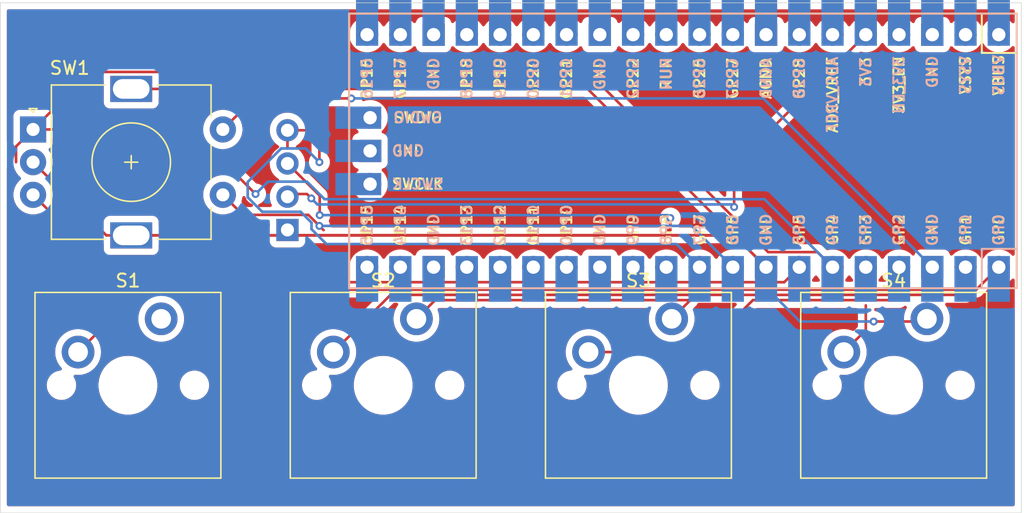
<source format=kicad_pcb>
(kicad_pcb (version 20241229) (generator "pcbnew") (generator_version "9.0")
  (layers (0 "F.Cu" signal) (2 "B.Cu" signal) (13 "F.Paste" user) (15 "B.Paste" user) (5 "F.SilkS" user "F.Silkscreen") (7 "B.SilkS" user "B.Silkscreen") (1 "F.Mask" user) (3 "B.Mask" user) (25 "Edge.Cuts" user))
  (net 0 "")
  (net 1 "scl")
  (net 2 "sda")
  (net 3 "VCC")
  (net 4 "GND")
  (net 5 "sw1")
  (net 6 "sw2")
  (net 7 "sw3")
  (net 8 "sw4")
  (net 11 "swa")
  (net 12 "swb")
  (net 13 "rsw2")
  (net 14 "rsw1")
  (footprint "ScottoKeebs_MX:MX_PCB_1.00u" (layer "F.Cu") (at 151.125 82.875)
    (property "Reference" "S2" (at 0 -8 0) (layer "F.SilkS"))
    (property "Value" "Keyswitch")
    (fp_line (start -7.1 -7.1) (end -7.1 7.1) (stroke (width 0.12)) (layer "F.SilkS"))
    (fp_line (start -7.1 7.1) (end 7.1 7.1) (stroke (width 0.12)) (layer "F.SilkS"))
    (fp_line (start 7.1 -7.1) (end -7.1 -7.1) (stroke (width 0.12)) (layer "F.SilkS"))
    (fp_line (start 7.1 7.1) (end 7.1 -7.1) (stroke (width 0.12)) (layer "F.SilkS"))
    (pad "" np_thru_hole circle (at -5.08 0) (size 1.75 1.75) (drill 1.75) (layers "*.Cu" "*.Mask"))
    (pad "" np_thru_hole circle (at 0 0) (size 4 4) (drill 4) (layers "*.Cu" "*.Mask"))
    (pad "" np_thru_hole circle (at 5.08 0) (size 1.75 1.75) (drill 1.75) (layers "*.Cu" "*.Mask"))
    (pad "1" thru_hole circle (at -3.81 -2.54) (size 2.5 2.5) (drill 1.5) (layers "*.Cu" "*.Mask") (net 6 "sw2"))
    (pad "2" thru_hole circle (at 2.54 -5.08) (size 2.5 2.5) (drill 1.5) (layers "*.Cu" "*.Mask") (net 4 "GND"))
  )
  (footprint "ScottoKeebs_MX:MX_PCB_1.00u" (layer "F.Cu") (at 170.625 82.875)
    (property "Reference" "S3" (at 0 -8 0) (layer "F.SilkS"))
    (property "Value" "Keyswitch")
    (fp_line (start -7.1 -7.1) (end -7.1 7.1) (stroke (width 0.12)) (layer "F.SilkS"))
    (fp_line (start -7.1 7.1) (end 7.1 7.1) (stroke (width 0.12)) (layer "F.SilkS"))
    (fp_line (start 7.1 -7.1) (end -7.1 -7.1) (stroke (width 0.12)) (layer "F.SilkS"))
    (fp_line (start 7.1 7.1) (end 7.1 -7.1) (stroke (width 0.12)) (layer "F.SilkS"))
    (pad "" np_thru_hole circle (at -5.08 0) (size 1.75 1.75) (drill 1.75) (layers "*.Cu" "*.Mask"))
    (pad "" np_thru_hole circle (at 0 0) (size 4 4) (drill 4) (layers "*.Cu" "*.Mask"))
    (pad "" np_thru_hole circle (at 5.08 0) (size 1.75 1.75) (drill 1.75) (layers "*.Cu" "*.Mask"))
    (pad "1" thru_hole circle (at -3.81 -2.54) (size 2.5 2.5) (drill 1.5) (layers "*.Cu" "*.Mask") (net 7 "sw3"))
    (pad "2" thru_hole circle (at 2.54 -5.08) (size 2.5 2.5) (drill 1.5) (layers "*.Cu" "*.Mask") (net 4 "GND"))
  )
  (footprint "ScottoKeebs_MX:MX_PCB_1.00u" (layer "F.Cu") (at 190.125 82.875)
    (property "Reference" "S4" (at 0 -8 0) (layer "F.SilkS"))
    (property "Value" "Keyswitch")
    (fp_line (start -7.1 -7.1) (end -7.1 7.1) (stroke (width 0.12)) (layer "F.SilkS"))
    (fp_line (start -7.1 7.1) (end 7.1 7.1) (stroke (width 0.12)) (layer "F.SilkS"))
    (fp_line (start 7.1 -7.1) (end -7.1 -7.1) (stroke (width 0.12)) (layer "F.SilkS"))
    (fp_line (start 7.1 7.1) (end 7.1 -7.1) (stroke (width 0.12)) (layer "F.SilkS"))
    (pad "" np_thru_hole circle (at -5.08 0) (size 1.75 1.75) (drill 1.75) (layers "*.Cu" "*.Mask"))
    (pad "" np_thru_hole circle (at 0 0) (size 4 4) (drill 4) (layers "*.Cu" "*.Mask"))
    (pad "" np_thru_hole circle (at 5.08 0) (size 1.75 1.75) (drill 1.75) (layers "*.Cu" "*.Mask"))
    (pad "1" thru_hole circle (at -3.81 -2.54) (size 2.5 2.5) (drill 1.5) (layers "*.Cu" "*.Mask") (net 8 "sw4"))
    (pad "2" thru_hole circle (at 2.54 -5.08) (size 2.5 2.5) (drill 1.5) (layers "*.Cu" "*.Mask") (net 4 "GND"))
  )
  (footprint "ScottoKeebs_MX:MX_PCB_1.00u" (layer "F.Cu") (at 131.625 82.875)
    (property "Reference" "S1" (at 0 -8 0) (layer "F.SilkS"))
    (property "Value" "Keyswitch")
    (fp_line (start -7.1 -7.1) (end -7.1 7.1) (stroke (width 0.12)) (layer "F.SilkS"))
    (fp_line (start -7.1 7.1) (end 7.1 7.1) (stroke (width 0.12)) (layer "F.SilkS"))
    (fp_line (start 7.1 -7.1) (end -7.1 -7.1) (stroke (width 0.12)) (layer "F.SilkS"))
    (fp_line (start 7.1 7.1) (end 7.1 -7.1) (stroke (width 0.12)) (layer "F.SilkS"))
    (pad "" np_thru_hole circle (at -5.08 0) (size 1.75 1.75) (drill 1.75) (layers "*.Cu" "*.Mask"))
    (pad "" np_thru_hole circle (at 0 0) (size 4 4) (drill 4) (layers "*.Cu" "*.Mask"))
    (pad "" np_thru_hole circle (at 5.08 0) (size 1.75 1.75) (drill 1.75) (layers "*.Cu" "*.Mask"))
    (pad "1" thru_hole circle (at -3.81 -2.54) (size 2.5 2.5) (drill 1.5) (layers "*.Cu" "*.Mask") (net 5 "sw1"))
    (pad "2" thru_hole circle (at 2.54 -5.08) (size 2.5 2.5) (drill 1.5) (layers "*.Cu" "*.Mask") (net 4 "GND"))
  )
  (footprint "ScottoKeebs_Components:OLED_128x32" (layer "F.Cu") (at 142.2125 61.195)
    (property "Reference" "J1" (hide yes))
    (property "Value" "OLED_128x32")
    (pad "1" thru_hole rect (at 1.6 9.8 180) (size 1.7 1.7) (drill 1) (layers "*.Cu" "*.Mask") (net 4 "GND"))
    (pad "2" thru_hole oval (at 1.6 7.26 180) (size 1.7 1.7) (drill 1) (layers "*.Cu" "*.Mask") (net 3 "VCC"))
    (pad "3" thru_hole oval (at 1.6 4.72 180) (size 1.7 1.7) (drill 1) (layers "*.Cu" "*.Mask") (net 1 "scl"))
    (pad "4" thru_hole oval (at 1.6 2.18 180) (size 1.7 1.7) (drill 1) (layers "*.Cu" "*.Mask") (net 2 "sda"))
  )
  (footprint "Rotary_Encoder:RotaryEncoder_Alps_EC11E-Switch_Vertical_H20mm" (layer "F.Cu") (at 124.375 63.3125)
    (property "Reference" "SW1" (at 2.8 -4.7 0) (layer "F.SilkS"))
    (property "Value" "RotaryEncoder_Switch_MP")
    (fp_line (start -0.3 -1.6) (end 0.3 -1.6) (stroke (width 0.12)) (layer "F.SilkS"))
    (fp_line (start 0 -1.3) (end -0.3 -1.6) (stroke (width 0.12)) (layer "F.SilkS"))
    (fp_line (start 0.3 -1.6) (end 0 -1.3) (stroke (width 0.12)) (layer "F.SilkS"))
    (fp_line (start 1.4 -3.4) (end 1.4 8.4) (stroke (width 0.12)) (layer "F.SilkS"))
    (fp_line (start 5.5 -3.4) (end 1.4 -3.4) (stroke (width 0.12)) (layer "F.SilkS"))
    (fp_line (start 5.5 8.4) (end 1.4 8.4) (stroke (width 0.12)) (layer "F.SilkS"))
    (fp_line (start 7 2.5) (end 8 2.5) (stroke (width 0.12)) (layer "F.SilkS"))
    (fp_line (start 7.5 2) (end 7.5 3) (stroke (width 0.12)) (layer "F.SilkS"))
    (fp_line (start 9.5 -3.4) (end 13.6 -3.4) (stroke (width 0.12)) (layer "F.SilkS"))
    (fp_line (start 13.6 -3.4) (end 13.6 -1) (stroke (width 0.12)) (layer "F.SilkS"))
    (fp_line (start 13.6 1.2) (end 13.6 3.8) (stroke (width 0.12)) (layer "F.SilkS"))
    (fp_line (start 13.6 6) (end 13.6 8.4) (stroke (width 0.12)) (layer "F.SilkS"))
    (fp_line (start 13.6 8.4) (end 9.5 8.4) (stroke (width 0.12)) (layer "F.SilkS"))
    (fp_circle (center 7.5 2.5) (end 10.5 2.5) (stroke (width 0.12)) (fill no) (layer "F.SilkS"))
    (pad "A" thru_hole rect (at 0 0) (size 2 2) (drill 1) (layers "*.Cu" "*.Mask") (net 11 "swa"))
    (pad "B" thru_hole circle (at 0 5) (size 2 2) (drill 1) (layers "*.Cu" "*.Mask") (net 12 "swb"))
    (pad "C" thru_hole circle (at 0 2.5) (size 2 2) (drill 1) (layers "*.Cu" "*.Mask") (net 4 "GND"))
    (pad "MP" thru_hole rect (at 7.5 -3.1) (size 3.2 2) (drill oval 2.8 1.5) (layers "*.Cu" "*.Mask") (net 4 "GND"))
    (pad "MP" thru_hole rect (at 7.5 8.1) (size 3.2 2) (drill oval 2.8 1.5) (layers "*.Cu" "*.Mask") (net 4 "GND"))
    (pad "S1" thru_hole circle (at 14.5 5) (size 2 2) (drill 1) (layers "*.Cu" "*.Mask") (net 14 "rsw1"))
    (pad "S2" thru_hole circle (at 14.5 0) (size 2 2) (drill 1) (layers "*.Cu" "*.Mask") (net 13 "rsw2"))
  )
  (footprint "ScottoKeebs_MCU:Raspberry_Pi_Pico" (layer "B.Cu") (at 174.025 64.9525 90)
    (property "Reference" "U2" (hide yes))
    (property "Value" "Raspberry_Pi_Pico" (hide yes))
    (fp_line (start -10.5 -25.5) (end 10.5 -25.5) (stroke (width 0.15)) (layer "F.SilkS"))
    (fp_line (start 10.5 22.833) (end 7.493 22.833) (stroke (width 0.15)) (layer "F.SilkS"))
    (fp_line (start 7.493 22.833) (end 7.493 25.5) (stroke (width 0.15)) (layer "F.SilkS"))
    (fp_line (start 10.5 25.5) (end 10.5 -25.5) (stroke (width 0.15)) (layer "F.SilkS"))
    (fp_line (start 10.5 25.5) (end -10.5 25.5) (stroke (width 0.15)) (layer "F.SilkS"))
    (fp_line (start -10.5 25.5) (end -10.5 -25.5) (stroke (width 0.15)) (layer "F.SilkS"))
    (fp_line (start 10.5 -25.5) (end -10.5 -25.5) (stroke (width 0.15)) (layer "B.SilkS"))
    (fp_line (start -7.493 22.833) (end -7.493 25.5) (stroke (width 0.15)) (layer "B.SilkS"))
    (fp_line (start -10.5 22.833) (end -7.493 22.833) (stroke (width 0.15)) (layer "B.SilkS"))
    (fp_line (start 10.5 25.5) (end 10.5 -25.5) (stroke (width 0.15)) (layer "B.SilkS"))
    (fp_line (start -10.5 25.5) (end -10.5 -25.5) (stroke (width 0.15)) (layer "B.SilkS"))
    (fp_line (start -10.5 25.5) (end 10.5 25.5) (stroke (width 0.15)) (layer "B.SilkS"))
    (fp_text user "SWCLK" (at -2.54 -20.25 0) (layer "F.SilkS") (effects (font (size 0.8 0.8))))
    (fp_text user "GP22" (at 5.54 -3.81 90) (layer "F.SilkS") (effects (font (size 0.8 0.8))))
    (fp_text user "AGND" (at 5.54 6.35 90) (layer "F.SilkS") (effects (font (size 0.8 0.8))))
    (fp_text user "GP11" (at -5.69 -11.43 90) (layer "F.SilkS") (effects (font (size 0.8 0.8))))
    (fp_text user "GND" (at 0 -21 0) (layer "F.SilkS") (effects (font (size 0.8 0.8))))
    (fp_text user "SWDIO" (at 2.54 -20.25 0) (layer "F.SilkS") (effects (font (size 0.8 0.8))))
    (fp_text user "GND" (at 5.89 -19.05 90) (layer "F.SilkS") (effects (font (size 0.8 0.8))))
    (fp_text user "GND" (at 5.89 -6.35 90) (layer "F.SilkS") (effects (font (size 0.8 0.8))))
    (fp_text user "GP13" (at -5.69 -16.51 90) (layer "F.SilkS") (effects (font (size 0.8 0.8))))
    (fp_text user "VSYS" (at 5.79 21.59 90) (layer "F.SilkS") (effects (font (size 0.8 0.8))))
    (fp_text user "GP15" (at -5.69 -24.13 90) (layer "F.SilkS") (effects (font (size 0.8 0.8))))
    (fp_text user "GP19" (at 5.54 -13.97 90) (layer "F.SilkS") (effects (font (size 0.8 0.8))))
    (fp_text user "GP1" (at -6.04 21.6 90) (layer "F.SilkS") (effects (font (size 0.8 0.8))))
    (fp_text user "3V3" (at 6.04 13.97 90) (layer "F.SilkS") (effects (font (size 0.8 0.8))))
    (fp_text user "GP0" (at -6.04 24.13 90) (layer "F.SilkS") (effects (font (size 0.8 0.8))))
    (fp_text user "GND" (at -6.04 6.35 90) (layer "F.SilkS") (effects (font (size 0.8 0.8))))
    (fp_text user "GP6" (at -6.04 3.81 90) (layer "F.SilkS") (effects (font (size 0.8 0.8))))
    (fp_text user "GP17" (at 5.54 -21.59 90) (layer "F.SilkS") (effects (font (size 0.8 0.8))))
    (fp_text user "GND" (at 6.04 19.05 90) (layer "F.SilkS") (effects (font (size 0.8 0.8))))
    (fp_text user "GP14" (at -5.69 -21.59 90) (layer "F.SilkS") (effects (font (size 0.8 0.8))))
    (fp_text user "GP21" (at 5.54 -8.9 90) (layer "F.SilkS") (effects (font (size 0.8 0.8))))
    (fp_text user "GP27" (at 5.54 3.8 90) (layer "F.SilkS") (effects (font (size 0.8 0.8))))
    (fp_text user "GP26" (at 5.54 1.27 90) (layer "F.SilkS") (effects (font (size 0.8 0.8))))
    (fp_text user "VBUS" (at 5.79 24.13 90) (layer "F.SilkS") (effects (font (size 0.8 0.8))))
    (fp_text user "3V3_EN" (at 5.04 16.51 90) (layer "F.SilkS") (effects (font (size 0.8 0.8))))
    (fp_text user "GP5" (at -6.04 8.89 90) (layer "F.SilkS") (effects (font (size 0.8 0.8))))
    (fp_text user "GP4" (at -6.04 11.43 90) (layer "F.SilkS") (effects (font (size 0.8 0.8))))
    (fp_text user "GP28" (at 5.54 8.89 90) (layer "F.SilkS") (effects (font (size 0.8 0.8))))
    (fp_text user "GP9" (at -6.04 -3.81 90) (layer "F.SilkS") (effects (font (size 0.8 0.8))))
    (fp_text user "GP7" (at -6.04 1.3 90) (layer "F.SilkS") (effects (font (size 0.8 0.8))))
    (fp_text user "GND" (at -6.04 -6.35 90) (layer "F.SilkS") (effects (font (size 0.8 0.8))))
    (fp_text user "GP8" (at -6.04 -1.27 90) (layer "F.SilkS") (effects (font (size 0.8 0.8))))
    (fp_text user "GP3" (at -6.04 13.97 90) (layer "F.SilkS") (effects (font (size 0.8 0.8))))
    (fp_text user "RUN" (at 5.89 -1.27 90) (layer "F.SilkS") (effects (font (size 0.8 0.8))))
    (fp_text user "GP20" (at 5.54 -11.43 90) (layer "F.SilkS") (effects (font (size 0.8 0.8))))
    (fp_text user "GP16" (at 5.54 -24.13 90) (layer "F.SilkS") (effects (font (size 0.8 0.8))))
    (fp_text user "GND" (at -6.04 19.05 90) (layer "F.SilkS") (effects (font (size 0.8 0.8))))
    (fp_text user "GP10" (at -5.69 -8.89 90) (layer "F.SilkS") (effects (font (size 0.8 0.8))))
    (fp_text user "GP2" (at -6.04 16.51 90) (layer "F.SilkS") (effects (font (size 0.8 0.8))))
    (fp_text user "GP18" (at 5.54 -16.51 90) (layer "F.SilkS") (effects (font (size 0.8 0.8))))
    (fp_text user "GP12" (at -5.69 -13.97 90) (layer "F.SilkS") (effects (font (size 0.8 0.8))))
    (fp_text user "ADC_VREF" (at 4.29 11.43 90) (layer "F.SilkS") (effects (font (size 0.8 0.8))))
    (fp_text user "GND" (at -6.04 -19.05 90) (layer "F.SilkS") (effects (font (size 0.8 0.8))))
    (fp_text user "VSYS" (at 5.79 21.59 90) (layer "B.SilkS") (effects (font (size 0.8 0.8)) (justify mirror)))
    (fp_text user "GND" (at -6.04 19.05 90) (layer "B.SilkS") (effects (font (size 0.8 0.8)) (justify mirror)))
    (fp_text user "GP26" (at 5.54 1.27 90) (layer "B.SilkS") (effects (font (size 0.8 0.8)) (justify mirror)))
    (fp_text user "GP1" (at -6.04 21.6 90) (layer "B.SilkS") (effects (font (size 0.8 0.8)) (justify mirror)))
    (fp_text user "GP16" (at 5.54 -24.13 90) (layer "B.SilkS") (effects (font (size 0.8 0.8)) (justify mirror)))
    (fp_text user "3V3_EN" (at 5.04 16.51 90) (layer "B.SilkS") (effects (font (size 0.8 0.8)) (justify mirror)))
    (fp_text user "GP4" (at -6.04 11.43 90) (layer "B.SilkS") (effects (font (size 0.8 0.8)) (justify mirror)))
    (fp_text user "GP5" (at -6.04 8.89 90) (layer "B.SilkS") (effects (font (size 0.8 0.8)) (justify mirror)))
    (fp_text user "GP28" (at 5.54 8.89 90) (layer "B.SilkS") (effects (font (size 0.8 0.8)) (justify mirror)))
    (fp_text user "GP12" (at -5.69 -13.97 90) (layer "B.SilkS") (effects (font (size 0.8 0.8)) (justify mirror)))
    (fp_text user "GP17" (at 5.54 -21.59 90) (layer "B.SilkS") (effects (font (size 0.8 0.8)) (justify mirror)))
    (fp_text user "GP22" (at 5.54 -3.81 90) (layer "B.SilkS") (effects (font (size 0.8 0.8)) (justify mirror)))
    (fp_text user "GP13" (at -5.69 -16.51 90) (layer "B.SilkS") (effects (font (size 0.8 0.8)) (justify mirror)))
    (fp_text user "GP6" (at -6.04 3.81 90) (layer "B.SilkS") (effects (font (size 0.8 0.8)) (justify mirror)))
    (fp_text user "GP15" (at -5.69 -24.13 90) (layer "B.SilkS") (effects (font (size 0.8 0.8)) (justify mirror)))
    (fp_text user "GP21" (at 5.54 -8.9 90) (layer "B.SilkS") (effects (font (size 0.8 0.8)) (justify mirror)))
    (fp_text user "GP2" (at -6.04 16.51 90) (layer "B.SilkS") (effects (font (size 0.8 0.8)) (justify mirror)))
    (fp_text user "SWCLK" (at -2.54 -20.25 0) (layer "B.SilkS") (effects (font (size 0.8 0.8)) (justify mirror)))
    (fp_text user "GND" (at -6.04 6.35 90) (layer "B.SilkS") (effects (font (size 0.8 0.8)) (justify mirror)))
    (fp_text user "GP10" (at -5.69 -8.89 90) (layer "B.SilkS") (effects (font (size 0.8 0.8)) (justify mirror)))
    (fp_text user "GP9" (at -6.04 -3.81 90) (layer "B.SilkS") (effects (font (size 0.8 0.8)) (justify mirror)))
    (fp_text user "GP0" (at -6.04 24.13 90) (layer "B.SilkS") (effects (font (size 0.8 0.8)) (justify mirror)))
    (fp_text user "GP3" (at -6.04 13.97 90) (layer "B.SilkS") (effects (font (size 0.8 0.8)) (justify mirror)))
    (fp_text user "GND" (at 0 -21 0) (layer "B.SilkS") (effects (font (size 0.8 0.8)) (justify mirror)))
    (fp_text user "AGND" (at 5.54 6.35 90) (layer "B.SilkS") (effects (font (size 0.8 0.8)) (justify mirror)))
    (fp_text user "VBUS" (at 5.79 24.13 90) (layer "B.SilkS") (effects (font (size 0.8 0.8)) (justify mirror)))
    (fp_text user "GND" (at 5.89 -6.35 90) (layer "B.SilkS") (effects (font (size 0.8 0.8)) (justify mirror)))
    (fp_text user "ADC_VREF" (at 4.29 11.43 90) (layer "B.SilkS") (effects (font (size 0.8 0.8)) (justify mirror)))
    (fp_text user "GND" (at -6.04 -19.05 90) (layer "B.SilkS") (effects (font (size 0.8 0.8)) (justify mirror)))
    (fp_text user "GND" (at 5.89 -19.05 90) (layer "B.SilkS") (effects (font (size 0.8 0.8)) (justify mirror)))
    (fp_text user "GP20" (at 5.54 -11.43 90) (layer "B.SilkS") (effects (font (size 0.8 0.8)) (justify mirror)))
    (fp_text user "GND" (at -6.04 -6.35 90) (layer "B.SilkS") (effects (font (size 0.8 0.8)) (justify mirror)))
    (fp_text user "SWDIO" (at 2.54 -20.25 0) (layer "B.SilkS") (effects (font (size 0.8 0.8)) (justify mirror)))
    (fp_text user "3V3" (at 6.04 13.97 90) (layer "B.SilkS") (effects (font (size 0.8 0.8)) (justify mirror)))
    (fp_text user "GP14" (at -5.69 -21.59 90) (layer "B.SilkS") (effects (font (size 0.8 0.8)) (justify mirror)))
    (fp_text user "GP27" (at 5.54 3.8 90) (layer "B.SilkS") (effects (font (size 0.8 0.8)) (justify mirror)))
    (fp_text user "RUN" (at 5.89 -1.27 90) (layer "B.SilkS") (effects (font (size 0.8 0.8)) (justify mirror)))
    (fp_text user "GP19" (at 5.54 -13.97 90) (layer "B.SilkS") (effects (font (size 0.8 0.8)) (justify mirror)))
    (fp_text user "GP11" (at -5.69 -11.43 90) (layer "B.SilkS") (effects (font (size 0.8 0.8)) (justify mirror)))
    (fp_text user "GP18" (at 5.54 -16.51 90) (layer "B.SilkS") (effects (font (size 0.8 0.8)) (justify mirror)))
    (fp_text user "GND" (at 6.04 19.05 90) (layer "B.SilkS") (effects (font (size 0.8 0.8)) (justify mirror)))
    (fp_text user "GP8" (at -6.04 -1.27 90) (layer "B.SilkS") (effects (font (size 0.8 0.8)) (justify mirror)))
    (fp_text user "GP7" (at -6.04 1.3 90) (layer "B.SilkS") (effects (font (size 0.8 0.8)) (justify mirror)))
    (pad "1" thru_hole oval (at -8.89 24.13 90) (size 1.7 1.7) (drill 1.02) (layers "*.Cu" "*.Mask") (net 5 "sw1"))
    (pad "1" smd rect (at -8.89 24.13 90) (size 3.5 1.7) (drill (offset -0.9 0)) (layers "B.Cu" "B.Mask") (net 5 "sw1"))
    (pad "2" thru_hole oval (at -8.89 21.59 90) (size 1.7 1.7) (drill 1.02) (layers "*.Cu" "*.Mask") (net 6 "sw2"))
    (pad "2" smd rect (at -8.89 21.59 90) (size 3.5 1.7) (drill (offset -0.9 0)) (layers "B.Cu" "B.Mask") (net 6 "sw2"))
    (pad "3" thru_hole rect (at -8.89 19.05 90) (size 1.7 1.7) (drill 1.02) (layers "*.Cu" "*.Mask") (net 13 "rsw2"))
    (pad "3" smd rect (at -8.89 19.05 90) (size 3.5 1.7) (drill (offset -0.9 0)) (layers "B.Cu" "B.Mask") (net 13 "rsw2"))
    (pad "4" thru_hole oval (at -8.89 16.51 90) (size 1.7 1.7) (drill 1.02) (layers "*.Cu" "*.Mask") (net 7 "sw3"))
    (pad "4" smd rect (at -8.89 16.51 90) (size 3.5 1.7) (drill (offset -0.9 0)) (layers "B.Cu" "B.Mask") (net 7 "sw3"))
    (pad "5" thru_hole oval (at -8.89 13.97 90) (size 1.7 1.7) (drill 1.02) (layers "*.Cu" "*.Mask") (net 8 "sw4"))
    (pad "5" smd rect (at -8.89 13.97 90) (size 3.5 1.7) (drill (offset -0.9 0)) (layers "B.Cu" "B.Mask") (net 8 "sw4"))
    (pad "6" thru_hole oval (at -8.89 11.43 90) (size 1.7 1.7) (drill 1.02) (layers "*.Cu" "*.Mask") (net 11 "swa"))
    (pad "6" smd rect (at -8.89 11.43 90) (size 3.5 1.7) (drill (offset -0.9 0)) (layers "B.Cu" "B.Mask") (net 11 "swa"))
    (pad "7" thru_hole oval (at -8.89 8.89 90) (size 1.7 1.7) (drill 1.02) (layers "*.Cu" "*.Mask") (net 12 "swb"))
    (pad "7" smd rect (at -8.89 8.89 90) (size 3.5 1.7) (drill (offset -0.9 0)) (layers "B.Cu" "B.Mask") (net 12 "swb"))
    (pad "8" thru_hole rect (at -8.89 6.35 90) (size 1.7 1.7) (drill 1.02) (layers "*.Cu" "*.Mask") (net 4 "GND"))
    (pad "8" smd rect (at -8.89 6.35 90) (size 3.5 1.7) (drill (offset -0.9 0)) (layers "B.Cu" "B.Mask") (net 4 "GND"))
    (pad "9" thru_hole oval (at -8.89 3.81 90) (size 1.7 1.7) (drill 1.02) (layers "*.Cu" "*.Mask") (net 14 "rsw1"))
    (pad "9" smd rect (at -8.89 3.81 90) (size 3.5 1.7) (drill (offset -0.9 0)) (layers "B.Cu" "B.Mask") (net 14 "rsw1"))
    (pad "10" thru_hole oval (at -8.89 1.27 90) (size 1.7 1.7) (drill 1.02) (layers "*.Cu" "*.Mask") (net 2 "sda"))
    (pad "10" smd rect (at -8.89 1.27 90) (size 3.5 1.7) (drill (offset -0.9 0)) (layers "B.Cu" "B.Mask") (net 2 "sda"))
    (pad "11" thru_hole oval (at -8.89 -1.27 90) (size 1.7 1.7) (drill 1.02) (layers "*.Cu" "*.Mask") (net 1 "scl"))
    (pad "11" smd rect (at -8.89 -1.27 90) (size 3.5 1.7) (drill (offset -0.9 0)) (layers "B.Cu" "B.Mask") (net 1 "scl"))
    (pad "12" thru_hole oval (at -8.89 -3.81 90) (size 1.7 1.7) (drill 1.02) (layers "*.Cu" "*.Mask"))
    (pad "12" smd rect (at -8.89 -3.81 90) (size 3.5 1.7) (drill (offset -0.9 0)) (layers "B.Cu" "B.Mask"))
    (pad "13" thru_hole rect (at -8.89 -6.35 90) (size 1.7 1.7) (drill 1.02) (layers "*.Cu" "*.Mask"))
    (pad "13" smd rect (at -8.89 -6.35 90) (size 3.5 1.7) (drill (offset -0.9 0)) (layers "B.Cu" "B.Mask"))
    (pad "14" thru_hole oval (at -8.89 -8.89 90) (size 1.7 1.7) (drill 1.02) (layers "*.Cu" "*.Mask"))
    (pad "14" smd rect (at -8.89 -8.89 90) (size 3.5 1.7) (drill (offset -0.9 0)) (layers "B.Cu" "B.Mask"))
    (pad "15" thru_hole oval (at -8.89 -11.43 90) (size 1.7 1.7) (drill 1.02) (layers "*.Cu" "*.Mask"))
    (pad "15" smd rect (at -8.89 -11.43 90) (size 3.5 1.7) (drill (offset -0.9 0)) (layers "B.Cu" "B.Mask"))
    (pad "16" thru_hole oval (at -8.89 -13.97 90) (size 1.7 1.7) (drill 1.02) (layers "*.Cu" "*.Mask"))
    (pad "16" smd rect (at -8.89 -13.97 90) (size 3.5 1.7) (drill (offset -0.9 0)) (layers "B.Cu" "B.Mask"))
    (pad "17" thru_hole oval (at -8.89 -16.51 90) (size 1.7 1.7) (drill 1.02) (layers "*.Cu" "*.Mask"))
    (pad "17" smd rect (at -8.89 -16.51 90) (size 3.5 1.7) (drill (offset -0.9 0)) (layers "B.Cu" "B.Mask"))
    (pad "18" thru_hole rect (at -8.89 -19.05 90) (size 1.7 1.7) (drill 1.02) (layers "*.Cu" "*.Mask"))
    (pad "18" smd rect (at -8.89 -19.05 90) (size 3.5 1.7) (drill (offset -0.9 0)) (layers "B.Cu" "B.Mask"))
    (pad "19" thru_hole oval (at -8.89 -21.59 90) (size 1.7 1.7) (drill 1.02) (layers "*.Cu" "*.Mask"))
    (pad "19" smd rect (at -8.89 -21.59 90) (size 3.5 1.7) (drill (offset -0.9 0)) (layers "B.Cu" "B.Mask"))
    (pad "20" thru_hole oval (at -8.89 -24.13 90) (size 1.7 1.7) (drill 1.02) (layers "*.Cu" "*.Mask"))
    (pad "20" smd rect (at -8.89 -24.13 90) (size 3.5 1.7) (drill (offset -0.9 0)) (layers "B.Cu" "B.Mask"))
    (pad "21" thru_hole oval (at 8.89 -24.13 90) (size 1.7 1.7) (drill 1.02) (layers "*.Cu" "*.Mask"))
    (pad "21" smd rect (at 8.89 -24.13 90) (size 3.5 1.7) (drill (offset 0.9 0)) (layers "B.Cu" "B.Mask"))
    (pad "22" thru_hole oval (at 8.89 -21.59 90) (size 1.7 1.7) (drill 1.02) (layers "*.Cu" "*.Mask"))
    (pad "22" smd rect (at 8.89 -21.59 90) (size 3.5 1.7) (drill (offset 0.9 0)) (layers "B.Cu" "B.Mask"))
    (pad "23" thru_hole rect (at 8.89 -19.05 90) (size 1.7 1.7) (drill 1.02) (layers "*.Cu" "*.Mask"))
    (pad "23" smd rect (at 8.89 -19.05 90) (size 3.5 1.7) (drill (offset 0.9 0)) (layers "B.Cu" "B.Mask"))
    (pad "24" thru_hole oval (at 8.89 -16.51 90) (size 1.7 1.7) (drill 1.02) (layers "*.Cu" "*.Mask"))
    (pad "24" smd rect (at 8.89 -16.51 90) (size 3.5 1.7) (drill (offset 0.9 0)) (layers "B.Cu" "B.Mask"))
    (pad "25" thru_hole oval (at 8.89 -13.97 90) (size 1.7 1.7) (drill 1.02) (layers "*.Cu" "*.Mask"))
    (pad "25" smd rect (at 8.89 -13.97 90) (size 3.5 1.7) (drill (offset 0.9 0)) (layers "B.Cu" "B.Mask"))
    (pad "26" thru_hole oval (at 8.89 -11.43 90) (size 1.7 1.7) (drill 1.02) (layers "*.Cu" "*.Mask"))
    (pad "26" smd rect (at 8.89 -11.43 90) (size 3.5 1.7) (drill (offset 0.9 0)) (layers "B.Cu" "B.Mask"))
    (pad "27" thru_hole oval (at 8.89 -8.89 90) (size 1.7 1.7) (drill 1.02) (layers "*.Cu" "*.Mask"))
    (pad "27" smd rect (at 8.89 -8.89 90) (size 3.5 1.7) (drill (offset 0.9 0)) (layers "B.Cu" "B.Mask"))
    (pad "28" thru_hole rect (at 8.89 -6.35 90) (size 1.7 1.7) (drill 1.02) (layers "*.Cu" "*.Mask"))
    (pad "28" smd rect (at 8.89 -6.35 90) (size 3.5 1.7) (drill (offset 0.9 0)) (layers "B.Cu" "B.Mask"))
    (pad "29" thru_hole oval (at 8.89 -3.81 90) (size 1.7 1.7) (drill 1.02) (layers "*.Cu" "*.Mask"))
    (pad "29" smd rect (at 8.89 -3.81 90) (size 3.5 1.7) (drill (offset 0.9 0)) (layers "B.Cu" "B.Mask"))
    (pad "30" thru_hole oval (at 8.89 -1.27 90) (size 1.7 1.7) (drill 1.02) (layers "*.Cu" "*.Mask"))
    (pad "30" smd rect (at 8.89 -1.27 90) (size 3.5 1.7) (drill (offset 0.9 0)) (layers "B.Cu" "B.Mask"))
    (pad "31" thru_hole oval (at 8.89 1.27 90) (size 1.7 1.7) (drill 1.02) (layers "*.Cu" "*.Mask"))
    (pad "31" smd rect (at 8.89 1.27 90) (size 3.5 1.7) (drill (offset 0.9 0)) (layers "B.Cu" "B.Mask"))
    (pad "32" thru_hole oval (at 8.89 3.81 90) (size 1.7 1.7) (drill 1.02) (layers "*.Cu" "*.Mask"))
    (pad "32" smd rect (at 8.89 3.81 90) (size 3.5 1.7) (drill (offset 0.9 0)) (layers "B.Cu" "B.Mask"))
    (pad "33" thru_hole rect (at 8.89 6.35 90) (size 1.7 1.7) (drill 1.02) (layers "*.Cu" "*.Mask"))
    (pad "33" smd rect (at 8.89 6.35 90) (size 3.5 1.7) (drill (offset 0.9 0)) (layers "B.Cu" "B.Mask"))
    (pad "34" thru_hole oval (at 8.89 8.89 90) (size 1.7 1.7) (drill 1.02) (layers "*.Cu" "*.Mask"))
    (pad "34" smd rect (at 8.89 8.89 90) (size 3.5 1.7) (drill (offset 0.9 0)) (layers "B.Cu" "B.Mask"))
    (pad "35" thru_hole oval (at 8.89 11.43 90) (size 1.7 1.7) (drill 1.02) (layers "*.Cu" "*.Mask"))
    (pad "35" smd rect (at 8.89 11.43 90) (size 3.5 1.7) (drill (offset 0.9 0)) (layers "B.Cu" "B.Mask"))
    (pad "36" thru_hole oval (at 8.89 13.97 90) (size 1.7 1.7) (drill 1.02) (layers "*.Cu" "*.Mask") (net 3 "VCC"))
    (pad "36" smd rect (at 8.89 13.97 90) (size 3.5 1.7) (drill (offset 0.9 0)) (layers "B.Cu" "B.Mask") (net 3 "VCC"))
    (pad "37" thru_hole oval (at 8.89 16.51 90) (size 1.7 1.7) (drill 1.02) (layers "*.Cu" "*.Mask"))
    (pad "37" smd rect (at 8.89 16.51 90) (size 3.5 1.7) (drill (offset 0.9 0)) (layers "B.Cu" "B.Mask"))
    (pad "38" thru_hole rect (at 8.89 19.05 90) (size 1.7 1.7) (drill 1.02) (layers "*.Cu" "*.Mask"))
    (pad "38" smd rect (at 8.89 19.05 90) (size 3.5 1.7) (drill (offset 0.9 0)) (layers "B.Cu" "B.Mask"))
    (pad "39" thru_hole oval (at 8.89 21.59 90) (size 1.7 1.7) (drill 1.02) (layers "*.Cu" "*.Mask"))
    (pad "39" smd rect (at 8.89 21.59 90) (size 3.5 1.7) (drill (offset 0.9 0)) (layers "B.Cu" "B.Mask"))
    (pad "40" thru_hole oval (at 8.89 24.13 90) (size 1.7 1.7) (drill 1.02) (layers "*.Cu" "*.Mask"))
    (pad "40" smd rect (at 8.89 24.13 90) (size 3.5 1.7) (drill (offset 0.9 0)) (layers "B.Cu" "B.Mask"))
    (pad "41" thru_hole oval (at -2.54 -23.9 90) (size 1.7 1.7) (drill 1.02) (layers "*.Cu" "*.Mask"))
    (pad "41" smd rect (at -2.54 -23.9) (size 3.5 1.7) (drill (offset -0.9 0)) (layers "B.Cu" "B.Mask"))
    (pad "42" thru_hole rect (at 0 -23.9 90) (size 1.7 1.7) (drill 1.02) (layers "*.Cu" "*.Mask"))
    (pad "42" smd rect (at 0 -23.9) (size 3.5 1.7) (drill (offset -0.9 0)) (layers "B.Cu" "B.Mask"))
    (pad "43" thru_hole oval (at 2.54 -23.9 90) (size 1.7 1.7) (drill 1.02) (layers "*.Cu" "*.Mask"))
    (pad "43" smd rect (at 2.54 -23.9) (size 3.5 1.7) (drill (offset -0.9 0)) (layers "B.Cu" "B.Mask"))
  )
  (gr_rect (start 121.875 53.625) (end 199.875 92.625) (stroke (width 0.05)) (fill no) (layer "Edge.Cuts"))
  (segment (start 143.8125 65.915) (end 146.274263 68.376763) (width 0.2) (layer "F.Cu") (net 1))
  (segment (start 146.274263 68.376763) (end 146.274263 69.863234) (width 0.2) (layer "F.Cu") (net 1))
  (segment (start 173.0625 71.0115) (end 172.755 71.0115) (width 0.2) (layer "F.Cu") (net 1))
  (segment (start 173.0625 70.0875) (end 173.0625 71.0115) (width 0.2) (layer "F.Cu") (net 1))
  (via (at 173.0625 70.0875) (size 0.6) (drill 0.3) (layers "F.Cu" "B.Cu") (net 1))
  (via (at 146.274263 69.863234) (size 0.6) (drill 0.3) (layers "F.Cu" "B.Cu") (net 1))
  (segment (start 146.274263 69.863234) (end 172.838234 69.863234) (width 0.2) (layer "B.Cu") (net 1))
  (segment (start 172.838234 69.863234) (end 173.0625 70.0875) (width 0.2) (layer "B.Cu") (net 1))
  (segment (start 143.8125 63.375) (end 143.8125 64.764) (width 0.2) (layer "F.Cu") (net 2))
  (segment (start 143.8125 63.375) (end 145.51803 63.375) (width 0.2) (layer "F.Cu") (net 2))
  (segment (start 145.51803 63.375) (end 146.25 64.10697) (width 0.2) (layer "F.Cu") (net 2))
  (segment (start 146.25 64.10697) (end 146.25 65.8125) (width 0.2) (layer "F.Cu") (net 2))
  (via (at 146.25 65.8125) (size 0.6) (drill 0.3) (layers "F.Cu" "B.Cu") (net 2))
  (segment (start 145.2015 64.764) (end 143.33574 64.764) (width 0.2) (layer "B.Cu") (net 2))
  (segment (start 140.774 67.32574) (end 140.774 68.498943) (width 0.2) (layer "B.Cu") (net 2))
  (segment (start 146.787157 72.0746) (end 173.5271 72.0746) (width 0.2) (layer "B.Cu") (net 2))
  (segment (start 140.774 68.498943) (end 141.881057 69.606) (width 0.2) (layer "B.Cu") (net 2))
  (segment (start 173.5271 72.0746) (end 175.295 73.8425) (width 0.2) (layer "B.Cu") (net 2))
  (segment (start 144.816443 69.606) (end 145.649 70.438557) (width 0.2) (layer "B.Cu") (net 2))
  (segment (start 146.25 65.8125) (end 145.2015 64.764) (width 0.2) (layer "B.Cu") (net 2))
  (segment (start 145.649 70.438557) (end 145.649 70.936443) (width 0.2) (layer "B.Cu") (net 2))
  (segment (start 141.881057 69.606) (end 144.816443 69.606) (width 0.2) (layer "B.Cu") (net 2))
  (segment (start 145.649 70.936443) (end 146.787157 72.0746) (width 0.2) (layer "B.Cu") (net 2))
  (segment (start 143.33574 64.764) (end 140.774 67.32574) (width 0.2) (layer "B.Cu") (net 2))
  (segment (start 177.9375 69.2435) (end 177.9375 66.12) (width 0.2) (layer "F.Cu") (net 3))
  (segment (start 177.9375 66.12) (end 187.995 56.0625) (width 0.2) (layer "F.Cu") (net 3))
  (segment (start 145.29897 68.25) (end 145.633048 68.584078) (width 0.2) (layer "F.Cu") (net 3))
  (segment (start 143.8125 68.455) (end 143.8125 68.25) (width 0.2) (layer "F.Cu") (net 3))
  (segment (start 143.8125 68.25) (end 145.29897 68.25) (width 0.2) (layer "F.Cu") (net 3))
  (via (at 177.9375 69.2435) (size 0.6) (drill 0.3) (layers "F.Cu" "B.Cu") (net 3))
  (via (at 145.633048 68.584078) (size 0.6) (drill 0.3) (layers "F.Cu" "B.Cu") (net 3))
  (segment (start 177.7385 69.0445) (end 177.9375 69.2435) (width 0.2) (layer "B.Cu") (net 3))
  (segment (start 175.5 69.0445) (end 177.7385 69.0445) (width 0.2) (layer "B.Cu") (net 3))
  (segment (start 146.09347 69.0445) (end 175.5 69.0445) (width 0.2) (layer "B.Cu") (net 3))
  (segment (start 145.633048 68.584078) (end 146.09347 69.0445) (width 0.2) (layer "B.Cu") (net 3))
  (segment (start 174.5955 76.3645) (end 155.0955 76.3645) (width 0.2) (layer "F.Cu") (net 4))
  (segment (start 144.23 71.4125) (end 177.945 71.4125) (width 0.2) (layer "F.Cu") (net 4))
  (segment (start 155.0955 76.3645) (end 153.665 77.795) (width 0.2) (layer "F.Cu") (net 4))
  (segment (start 131.875 71.4125) (end 177.945 71.4125) (width 0.2) (layer "F.Cu") (net 4))
  (segment (start 143.8125 70.995) (end 144.23 71.4125) (width 0.2) (layer "F.Cu") (net 4))
  (segment (start 166.745 60.2125) (end 180.375 73.8425) (width 0.2) (layer "F.Cu") (net 4))
  (segment (start 124.375 65.8125) (end 129.975 71.4125) (width 0.2) (layer "F.Cu") (net 4))
  (segment (start 192.46 78) (end 190.125 78) (width 0.2) (layer "F.Cu") (net 4))
  (segment (start 177.945 71.4125) (end 180.375 73.8425) (width 0.2) (layer "F.Cu") (net 4))
  (segment (start 129.975 71.4125) (end 177.945 71.4125) (width 0.2) (layer "F.Cu") (net 4))
  (segment (start 131.875 60.2125) (end 166.745 60.2125) (width 0.2) (layer "F.Cu") (net 4))
  (segment (start 173.165 77.795) (end 174.5955 76.3645) (width 0.2) (layer "F.Cu") (net 4))
  (segment (start 192.665 77.795) (end 192.46 78) (width 0.2) (layer "F.Cu") (net 4))
  (segment (start 190.125 78) (end 188.595 78) (width 0.2) (layer "F.Cu") (net 4))
  (via (at 188.595 78) (size 0.6) (drill 0.3) (layers "F.Cu" "B.Cu") (net 4))
  (segment (start 180.375 75.4045) (end 180.375 73.8425) (width 0.2) (layer "B.Cu") (net 4))
  (segment (start 188.595 78) (end 182.9705 78) (width 0.2) (layer "B.Cu") (net 4))
  (segment (start 182.9705 78) (end 180.375 75.4045) (width 0.2) (layer "B.Cu") (net 4))
  (segment (start 196.435 75.5625) (end 198.155 73.8425) (width 0.2) (layer "F.Cu") (net 5))
  (segment (start 127.815 80.335) (end 132.5875 75.5625) (width 0.2) (layer "F.Cu") (net 5))
  (segment (start 132.5875 75.5625) (end 196.435 75.5625) (width 0.2) (layer "F.Cu") (net 5))
  (segment (start 147.315 80.335) (end 151.6865 75.9635) (width 0.2) (layer "F.Cu") (net 6))
  (segment (start 151.6865 75.9635) (end 195.615 75.9635) (width 0.2) (layer "F.Cu") (net 6))
  (segment (start 179.368 76.3645) (end 190.535 76.3645) (width 0.2) (layer "F.Cu") (net 7))
  (segment (start 175.3975 80.335) (end 179.368 76.3645) (width 0.2) (layer "F.Cu") (net 7))
  (segment (start 166.815 80.335) (end 175.3975 80.335) (width 0.2) (layer "F.Cu") (net 7))
  (segment (start 187.995 78.655) (end 187.995 76.7655) (width 0.2) (layer "F.Cu") (net 8))
  (segment (start 186.315 80.335) (end 187.995 78.655) (width 0.2) (layer "F.Cu") (net 8))
  (segment (start 128.776 58.9115) (end 166.755557 58.9115) (width 0.2) (layer "F.Cu") (net 11))
  (segment (start 136.4375 63.3125) (end 141.375 68.25) (width 0.2) (layer "F.Cu") (net 11))
  (segment (start 184.304 72.6915) (end 185.455 73.8425) (width 0.2) (layer "F.Cu") (net 11))
  (segment (start 124.375 63.3125) (end 128.776 58.9115) (width 0.2) (layer "F.Cu") (net 11))
  (segment (start 123.074 64.6135) (end 123.074 65.8125) (width 0.2) (layer "F.Cu") (net 11))
  (segment (start 166.755557 58.9115) (end 180.535557 72.6915) (width 0.2) (layer "F.Cu") (net 11))
  (segment (start 124.375 63.3125) (end 123.074 64.6135) (width 0.2) (layer "F.Cu") (net 11))
  (segment (start 124.375 63.3125) (end 136.4375 63.3125) (width 0.2) (layer "F.Cu") (net 11))
  (segment (start 180.535557 72.6915) (end 184.304 72.6915) (width 0.2) (layer "F.Cu") (net 11))
  (via (at 141.375 68.25) (size 0.6) (drill 0.3) (layers "F.Cu" "B.Cu") (net 11))
  (segment (start 180.256 68.6435) (end 185.455 73.8425) (width 0.2) (layer "B.Cu") (net 11))
  (segment (start 145.304 67.304) (end 146.6435 68.6435) (width 0.2) (layer "B.Cu") (net 11))
  (segment (start 141.375 68.25) (end 142.321 67.304) (width 0.2) (layer "B.Cu") (net 11))
  (segment (start 142.321 67.304) (end 145.304 67.304) (width 0.2) (layer "B.Cu") (net 11))
  (segment (start 146.6435 68.6435) (end 180.256 68.6435) (width 0.2) (layer "B.Cu") (net 11))
  (segment (start 124.375 68.3125) (end 131.056 74.9935) (width 0.2) (layer "F.Cu") (net 12))
  (segment (start 181.764 74.9935) (end 182.915 73.8425) (width 0.2) (layer "F.Cu") (net 12))
  (segment (start 131.056 74.9935) (end 181.764 74.9935) (width 0.2) (layer "F.Cu") (net 12))
  (segment (start 141.574 60.6135) (end 145.926 60.6135) (width 0.2) (layer "F.Cu") (net 13))
  (segment (start 146.25 60.9375) (end 148.6875 60.9375) (width 0.2) (layer "F.Cu") (net 13))
  (segment (start 138.875 63.3125) (end 141.574 60.6135) (width 0.2) (layer "F.Cu") (net 13))
  (segment (start 145.926 60.6135) (end 146.25 60.9375) (width 0.2) (layer "F.Cu") (net 13))
  (via (at 148.6875 60.9375) (size 0.6) (drill 0.3) (layers "F.Cu" "B.Cu") (net 13))
  (segment (start 180.17 60.9375) (end 193.075 73.8425) (width 0.2) (layer "B.Cu") (net 13))
  (segment (start 148.6875 60.9375) (end 180.17 60.9375) (width 0.2) (layer "B.Cu") (net 13))
  (segment (start 146.25 70.6875) (end 146.574 71.0115) (width 0.2) (layer "F.Cu") (net 14))
  (segment (start 145.4065 69.844) (end 146.25 70.6875) (width 0.2) (layer "F.Cu") (net 14))
  (segment (start 140.4065 69.844) (end 145.4065 69.844) (width 0.2) (layer "F.Cu") (net 14))
  (segment (start 138.875 68.3125) (end 140.4065 69.844) (width 0.2) (layer "F.Cu") (net 14))
  (via (at 146.25 70.6875) (size 0.6) (drill 0.3) (layers "F.Cu" "B.Cu") (net 14))
  (segment (start 174.68 70.6875) (end 177.835 73.8425) (width 0.2) (layer "B.Cu") (net 14))
  (segment (start 146.25 70.6875) (end 174.68 70.6875) (width 0.2) (layer "B.Cu") (net 14))
  (zone (net 0) (net_name "") (layers "F.Cu" "B.Cu") (connect_pads (clearance 0.5)) (min_thickness 0.25) (fill yes (thermal_gap 0.5) (thermal_bridge_width 0.5) (island_removal_mode 1) (island_area_min 10))
    (polygon (pts (xy 199.875 53.625) (xy 121.875 53.625) (xy 121.875 92.625) (xy 199.875 92.625)))
  )
)
</source>
